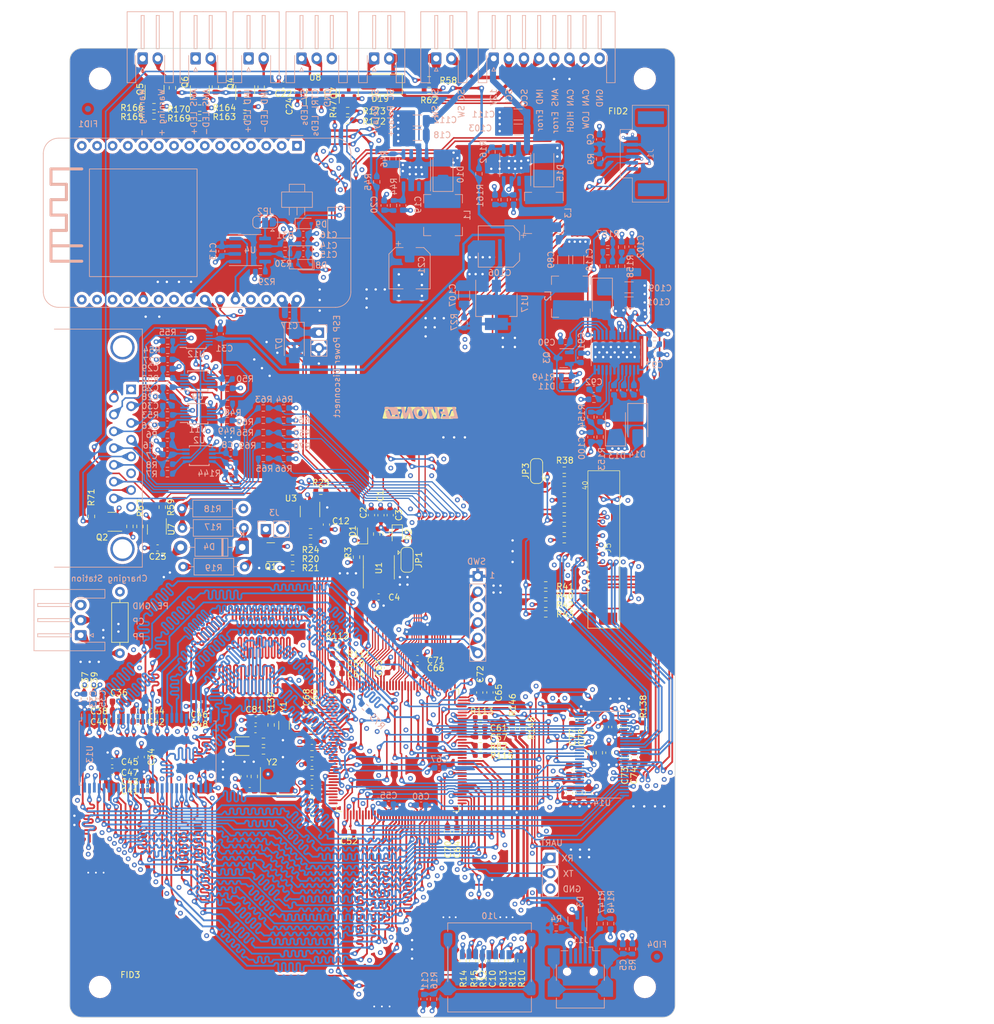
<source format=kicad_pcb>
(kicad_pcb (version 20221018) (generator pcbnew)

  (general
    (thickness 1.632)
  )

  (paper "A4")
  (layers
    (0 "F.Cu" signal)
    (1 "In1.Cu" signal)
    (2 "In2.Cu" signal)
    (31 "B.Cu" signal)
    (32 "B.Adhes" user "B.Adhesive")
    (33 "F.Adhes" user "F.Adhesive")
    (34 "B.Paste" user)
    (35 "F.Paste" user)
    (36 "B.SilkS" user "B.Silkscreen")
    (37 "F.SilkS" user "F.Silkscreen")
    (38 "B.Mask" user)
    (39 "F.Mask" user)
    (40 "Dwgs.User" user "User.Drawings")
    (41 "Cmts.User" user "User.Comments")
    (42 "Eco1.User" user "User.Eco1")
    (43 "Eco2.User" user "User.Eco2")
    (44 "Edge.Cuts" user)
    (45 "Margin" user)
    (46 "B.CrtYd" user "B.Courtyard")
    (47 "F.CrtYd" user "F.Courtyard")
    (48 "B.Fab" user)
    (49 "F.Fab" user)
    (50 "User.1" user)
    (51 "User.2" user)
    (52 "User.3" user)
    (53 "User.4" user)
    (54 "User.5" user)
    (55 "User.6" user)
    (56 "User.7" user)
    (57 "User.8" user)
    (58 "User.9" user)
  )

  (setup
    (stackup
      (layer "F.SilkS" (type "Top Silk Screen") (material "Liquid Photo"))
      (layer "F.Paste" (type "Top Solder Paste"))
      (layer "F.Mask" (type "Top Solder Mask") (color "Green") (thickness 0.015) (material "Liquid Ink") (epsilon_r 3.3) (loss_tangent 0))
      (layer "F.Cu" (type "copper") (thickness 0.035))
      (layer "dielectric 1" (type "prepreg") (color "FR4 natural") (thickness 0.376) (material "2x7628") (epsilon_r 4.5) (loss_tangent 0.016))
      (layer "In1.Cu" (type "copper") (thickness 0.035))
      (layer "dielectric 2" (type "core") (thickness 0.71) (material "FR4") (epsilon_r 4.5) (loss_tangent 0.02))
      (layer "In2.Cu" (type "copper") (thickness 0.035))
      (layer "dielectric 3" (type "prepreg") (color "FR4 natural") (thickness 0.376) (material "2x7628") (epsilon_r 4.5) (loss_tangent 0.016))
      (layer "B.Cu" (type "copper") (thickness 0.035))
      (layer "B.Mask" (type "Bottom Solder Mask") (color "Green") (thickness 0.015) (material "Liquid Ink") (epsilon_r 3.3) (loss_tangent 0))
      (layer "B.Paste" (type "Bottom Solder Paste"))
      (layer "B.SilkS" (type "Bottom Silk Screen") (material "Liquid Photo"))
      (copper_finish "None")
      (dielectric_constraints yes)
    )
    (pad_to_mask_clearance 0)
    (aux_axis_origin 52.964 184.436)
    (grid_origin 52.964 184.436)
    (pcbplotparams
      (layerselection 0x00010fc_ffffffff)
      (plot_on_all_layers_selection 0x0000000_00000000)
      (disableapertmacros false)
      (usegerberextensions false)
      (usegerberattributes true)
      (usegerberadvancedattributes true)
      (creategerberjobfile true)
      (dashed_line_dash_ratio 12.000000)
      (dashed_line_gap_ratio 3.000000)
      (svgprecision 4)
      (plotframeref false)
      (viasonmask false)
      (mode 1)
      (useauxorigin false)
      (hpglpennumber 1)
      (hpglpenspeed 20)
      (hpglpendiameter 15.000000)
      (dxfpolygonmode true)
      (dxfimperialunits true)
      (dxfusepcbnewfont true)
      (psnegative false)
      (psa4output false)
      (plotreference true)
      (plotvalue true)
      (plotinvisibletext false)
      (sketchpadsonfab false)
      (subtractmaskfromsilk false)
      (outputformat 1)
      (mirror false)
      (drillshape 1)
      (scaleselection 1)
      (outputdirectory "")
    )
  )

  (net 0 "")
  (net 1 "/STM32_Main_CPU/CAN_Split")
  (net 2 "GND")
  (net 3 "+3V3")
  (net 4 "Net-(J11-Shield)")
  (net 5 "Net-(U2-EN)")
  (net 6 "+5V")
  (net 7 "Net-(J10-SHIELD)")
  (net 8 "/ESP_Module/CAN_Split")
  (net 9 "+VDC")
  (net 10 "Net-(U6-COMP)")
  (net 11 "Net-(C20-Pad1)")
  (net 12 "+5VP")
  (net 13 "Net-(U9-EXT_CAP)")
  (net 14 "Net-(U11-EXT_CAP)")
  (net 15 "/Netzteil_Frontend/I_Set")
  (net 16 "/Netzteil_Frontend/V_Set")
  (net 17 "/STM32_Main_CPU/NRST")
  (net 18 "Net-(U10A-VDD33VUSB)")
  (net 19 "Net-(C65-Pad1)")
  (net 20 "Net-(C70-Pad1)")
  (net 21 "Net-(C81-Pad2)")
  (net 22 "Net-(U10C-OSC32_OUT)")
  (net 23 "Net-(C83-Pad2)")
  (net 24 "Net-(U10C-OSC_OUT)")
  (net 25 "/Power_Supply/3V3_Display")
  (net 26 "Net-(U15-COMP)")
  (net 27 "Net-(C92-Pad2)")
  (net 28 "Net-(U15-C1+)")
  (net 29 "Net-(U15-C1-)")
  (net 30 "Net-(U15-C2+)")
  (net 31 "Net-(U15-C2-)")
  (net 32 "/Display_Connector/VCOM")
  (net 33 "Net-(U15-DRV)")
  (net 34 "Net-(D13-A)")
  (net 35 "/Display_Connector/VGH")
  (net 36 "/Display_Connector/AVDD")
  (net 37 "Net-(U15-FB1)")
  (net 38 "Net-(U15-REF)")
  (net 39 "/Display_Connector/VGL")
  (net 40 "Net-(U15-VCOMIN)")
  (net 41 "Net-(U16-COMP)")
  (net 42 "Net-(C105-Pad1)")
  (net 43 "Net-(D4-K)")
  (net 44 "/EV_IEC_Circuit/CP")
  (net 45 "Net-(D5-A)")
  (net 46 "Net-(D6-A)")
  (net 47 "Net-(D10-K)")
  (net 48 "Net-(D11-A)")
  (net 49 "Net-(D12-A)")
  (net 50 "Net-(D15-K)")
  (net 51 "Net-(D16-K)")
  (net 52 "Net-(D16-A)")
  (net 53 "Net-(D17-A)")
  (net 54 "Net-(D18-A)")
  (net 55 "/STM32_Main_CPU/SDA")
  (net 56 "/STM32_Main_CPU/SCL")
  (net 57 "/STM32_Main_CPU/Touch_NRST")
  (net 58 "/STM32_Main_CPU/Touch_INT")
  (net 59 "/EV_IEC_Circuit/PP")
  (net 60 "Net-(J3-Pin_1)")
  (net 61 "/STM32_Main_CPU/UART_RX_5")
  (net 62 "/STM32_Main_CPU/UART_TX_5")
  (net 63 "/Display_Connector/VDD")
  (net 64 "unconnected-(J5-Pin_4-Pad4)")
  (net 65 "/Display_Connector/Display_Reset")
  (net 66 "/Display_Connector/STDBY")
  (net 67 "/Display_Connector/RXIN0-")
  (net 68 "/Display_Connector/RXIN0+")
  (net 69 "/Display_Connector/RXIN1-")
  (net 70 "/Display_Connector/RXIN1+")
  (net 71 "/Display_Connector/RXIN2-")
  (net 72 "/Display_Connector/RXIN2+")
  (net 73 "/Display_Connector/RXCLKIN-")
  (net 74 "/Display_Connector/RXCLKIN+")
  (net 75 "/Display_Connector/RXIN3-")
  (net 76 "/Display_Connector/RXIN3+")
  (net 77 "unconnected-(J5-Pin_23-Pad23)")
  (net 78 "unconnected-(J5-Pin_24-Pad24)")
  (net 79 "unconnected-(J5-Pin_26-Pad26)")
  (net 80 "unconnected-(J5-Pin_27-Pad27)")
  (net 81 "/Display_Connector/SELB")
  (net 82 "/Display_Connector/L{slash}R")
  (net 83 "/Display_Connector/U{slash}D")
  (net 84 "unconnected-(J5-Pin_36-Pad36)")
  (net 85 "unconnected-(J5-Pin_37-Pad37)")
  (net 86 "/SC_AMS_Out")
  (net 87 "/SC_AMS_IN")
  (net 88 "/~{AMS_ERROR_LED}")
  (net 89 "/~{IMD_ERROR_LED}")
  (net 90 "Net-(J7-Pin_2)")
  (net 91 "/Netzteil_Frontend/I Monitor")
  (net 92 "/Netzteil_Frontend/CC_Status")
  (net 93 "/Netzteil_Frontend/Remote_Shutdown")
  (net 94 "/Netzteil_Frontend/VRef")
  (net 95 "/Netzteil_Frontend/V_Monitor")
  (net 96 "/Netzteil_Frontend/OT_Status")
  (net 97 "/Netzteil_Frontend/LIM_Status")
  (net 98 "/Netzteil_Frontend/DCFail_Status")
  (net 99 "/Netzteil_Frontend/ACFail_Status")
  (net 100 "/STM32_Main_CPU/SWCLK")
  (net 101 "/STM32_Main_CPU/SWDIO")
  (net 102 "/STM32_Main_CPU/Trace_SWO")
  (net 103 "Net-(J10-DAT2)")
  (net 104 "Net-(J10-DAT3{slash}CD)")
  (net 105 "/STM32_Main_CPU/SDCMD")
  (net 106 "/STM32_Main_CPU/SDCLK")
  (net 107 "/STM32_Main_CPU/SDD0")
  (net 108 "Net-(J10-DAT1)")
  (net 109 "Net-(J11-VBUS)")
  (net 110 "unconnected-(J11-ID-Pad4)")
  (net 111 "Net-(D19-A)")
  (net 112 "Net-(JP1-C)")
  (net 113 "Net-(JP2-C)")
  (net 114 "Net-(Q1-G)")
  (net 115 "Net-(Q2-G)")
  (net 116 "Net-(Q3-B)")
  (net 117 "Net-(Q4-G)")
  (net 118 "Net-(Q5-G)")
  (net 119 "Net-(Q6-G)")
  (net 120 "Net-(Q7-G)")
  (net 121 "Net-(U1-Rs)")
  (net 122 "/Netzteil_Frontend/SDA")
  (net 123 "/Netzteil_Frontend/SCL")
  (net 124 "/EV_IEC_Circuit/PWM_SENSE")
  (net 125 "/EV_IEC_Circuit/EV_Start_Charging")
  (net 126 "Net-(U3--)")
  (net 127 "Net-(R25-Pad1)")
  (net 128 "/EV_IEC_Circuit/Charging_Point_PWM")
  (net 129 "Net-(U10G-PF7)")
  (net 130 "Net-(U10G-PF6)")
  (net 131 "Net-(U4-Rs)")
  (net 132 "/Display_Connector/Left-Right")
  (net 133 "/Display_Connector/Up-Down")
  (net 134 "/Display_Connector/Standby")
  (net 135 "Net-(U6-FB)")
  (net 136 "Net-(U5-D21)")
  (net 137 "Net-(U11-ADDR)")
  (net 138 "Net-(U9-ADDR)")
  (net 139 "Net-(U9-W)")
  (net 140 "Net-(U11-W)")
  (net 141 "Net-(U12-ADDR)")
  (net 142 "/Netzteil_Frontend/LIM_Status_3V3")
  (net 143 "Net-(R58-Pad2)")
  (net 144 "/Netzteil_Frontend/RSD_MCU")
  (net 145 "Net-(R59-Pad2)")
  (net 146 "/Netzteil_Frontend/OT_Status_3V3")
  (net 147 "/Netzteil_Frontend/CC_Status_3V3")
  (net 148 "/Netzteil_Frontend/ACFAIL_3V3")
  (net 149 "Net-(R67-Pad1)")
  (net 150 "/Netzteil_Frontend/DCFAIL_3V3")
  (net 151 "+12V")
  (net 152 "Net-(U10B-Boot0)")
  (net 153 "/STM32_Main_CPU/A4")
  (net 154 "/STM32_Main_CPU/A7")
  (net 155 "/STM32_Main_CPU/A11")
  (net 156 "/STM32_Main_CPU/CKE")
  (net 157 "/STM32_Main_CPU/~{CAS}")
  (net 158 "/STM32_Main_CPU/~{WE}")
  (net 159 "/STM32_Main_CPU/~{CS}")
  (net 160 "/STM32_Main_CPU/~{RAS}")
  (net 161 "Net-(U10D-FMC_SDCLK)")
  (net 162 "/STM32_Main_CPU/SD_CLK")
  (net 163 "/STM32_Main_CPU/D0")
  (net 164 "/STM32_Main_CPU/D1")
  (net 165 "/STM32_Main_CPU/D2")
  (net 166 "/STM32_Main_CPU/D3")
  (net 167 "/STM32_Main_CPU/D4")
  (net 168 "/STM32_Main_CPU/D5")
  (net 169 "/STM32_Main_CPU/D6")
  (net 170 "/STM32_Main_CPU/D7")
  (net 171 "/STM32_Main_CPU/D8")
  (net 172 "/STM32_Main_CPU/D9")
  (net 173 "/STM32_Main_CPU/D10")
  (net 174 "/STM32_Main_CPU/D11")
  (net 175 "/STM32_Main_CPU/D12")
  (net 176 "/STM32_Main_CPU/D13")
  (net 177 "/STM32_Main_CPU/D14")
  (net 178 "/STM32_Main_CPU/D15")
  (net 179 "/STM32_Main_CPU/BA0")
  (net 180 "/STM32_Main_CPU/BA1")
  (net 181 "/STM32_Main_CPU/A0")
  (net 182 "/STM32_Main_CPU/A1")
  (net 183 "/STM32_Main_CPU/A2")
  (net 184 "/STM32_Main_CPU/A3")
  (net 185 "/STM32_Main_CPU/A5")
  (net 186 "/STM32_Main_CPU/A6")
  (net 187 "/STM32_Main_CPU/A8")
  (net 188 "/STM32_Main_CPU/A9")
  (net 189 "/STM32_Main_CPU/A10")
  (net 190 "/STM32_Main_CPU/A12")
  (net 191 "Net-(U10B-PWR_DR_ON)")
  (net 192 "Net-(U10E-LTDC_B5)")
  (net 193 "Net-(U10E-LTDC_CLK)")
  (net 194 "Net-(U14-CLKIN)")
  (net 195 "Net-(U10E-LTDC_VSYNC)")
  (net 196 "Net-(U10E-LTDC_DE)")
  (net 197 "Net-(U10E-LTDC_HSYNC)")
  (net 198 "Net-(U10E-LTDC_R2)")
  (net 199 "Net-(U10E-LTDC_R3)")
  (net 200 "Net-(U10E-LTDC_R4)")
  (net 201 "Net-(U10E-LTDC_R5)")
  (net 202 "Net-(U10E-LTDC_R6)")
  (net 203 "Net-(U10E-LTDC_R7)")
  (net 204 "Net-(U10E-LTDC_G2)")
  (net 205 "Net-(U10E-LTDC_G3)")
  (net 206 "Net-(U10E-LTDC_G4)")
  (net 207 "Net-(U10E-LTDC_G5)")
  (net 208 "Net-(U10E-LTDC_G6)")
  (net 209 "Net-(U10E-LTDC_G7)")
  (net 210 "Net-(U10E-LTDC_B2)")
  (net 211 "Net-(U10E-LTDC_B3)")
  (net 212 "Net-(U10E-LTDC_B4)")
  (net 213 "Net-(U10E-LTDC_B6)")
  (net 214 "Net-(U10E-LTDC_B7)")
  (net 215 "Net-(U14-CLKSEL)")
  (net 216 "Net-(U14-~{SHTDN})")
  (net 217 "Net-(U10C-OSC32_IN)")
  (net 218 "Net-(U10C-OSC_IN)")
  (net 219 "Net-(U10F-USB_OTG_HS_DP)")
  (net 220 "Net-(U10F-USB_OTG_HS_DM)")
  (net 221 "Net-(U10F-USB_OTG_HS_VBUS)")
  (net 222 "Net-(U15-FB3)")
  (net 223 "Net-(U15-FB2)")
  (net 224 "Net-(R155-Pad2)")
  (net 225 "Net-(U16-FB)")
  (net 226 "/SCS_Indicators_and_Buttons/Charger_Warning_LED")
  (net 227 "/STM32_Main_CPU/USB+")
  (net 228 "/STM32_Main_CPU/CAN_TX")
  (net 229 "/STM32_Main_CPU/CAN_RX")
  (net 230 "/ESP_Module/CAN_TX")
  (net 231 "/ESP_Module/CAN_RX")
  (net 232 "unconnected-(U5-VIN-Pad1)")
  (net 233 "unconnected-(U5-D13-Pad3)")
  (net 234 "unconnected-(U5-D12-Pad4)")
  (net 235 "unconnected-(U5-D14-Pad5)")
  (net 236 "unconnected-(U5-D27-Pad6)")
  (net 237 "unconnected-(U5-D26-Pad7)")
  (net 238 "unconnected-(U5-D25-Pad8)")
  (net 239 "unconnected-(U5-D33-Pad9)")
  (net 240 "unconnected-(U5-D32-Pad10)")
  (net 241 "unconnected-(U5-D35-Pad11)")
  (net 242 "unconnected-(U5-D34-Pad12)")
  (net 243 "unconnected-(U5-D39{slash}VN-Pad13)")
  (net 244 "unconnected-(U5-D36{slash}VP-Pad14)")
  (net 245 "unconnected-(U5-EN-Pad15)")
  (net 246 "unconnected-(U5-D23-Pad16)")
  (net 247 "unconnected-(U5-D22-Pad17)")
  (net 248 "unconnected-(U5-TX0{slash}D1-Pad18)")
  (net 249 "unconnected-(U5-RX0{slash}D3-Pad19)")
  (net 250 "unconnected-(U5-D19-Pad21)")
  (net 251 "unconnected-(U5-D18-Pad22)")
  (net 252 "/ESP_Module/ESP_TX")
  (net 253 "/ESP_Module/ESP_RX")
  (net 254 "unconnected-(U5-D2-Pad27)")
  (net 255 "unconnected-(U5-D15-Pad28)")
  (net 256 "unconnected-(U6-SYNC-Pad2)")
  (net 257 "unconnected-(U6-VREF-Pad6)")
  (net 258 "unconnected-(U8-NC-Pad1)")
  (net 259 "unconnected-(U10G-PE4-Pad3)")
  (net 260 "unconnected-(U10G-PC13-Pad7)")
  (net 261 "unconnected-(U10F-I2S6_WS-Pad34)")
  (net 262 "unconnected-(U10G-PA2-Pad36)")
  (net 263 "unconnected-(U10G-PC5-Pad45)")
  (net 264 "unconnected-(U10G-PB2-Pad48)")
  (net 265 "unconnected-(U10G-PD11-Pad80)")
  (net 266 "unconnected-(U10G-PG3-Pad88)")
  (net 267 "unconnected-(U10G-PG6-Pad91)")
  (net 268 "unconnected-(U10C-I2S_CKIN-Pad99)")
  (net 269 "/STM32_Main_CPU/FMC_NBL0")
  (net 270 "/STM32_Main_CPU/FMC_NBL1")
  (net 271 "unconnected-(U12-ALERT{slash}RDY-Pad2)")
  (net 272 "unconnected-(U12-AIN1-Pad5)")
  (net 273 "unconnected-(U12-AIN3-Pad7)")
  (net 274 "unconnected-(U13-NC-Pad40)")
  (net 275 "unconnected-(U16-SYNC-Pad2)")
  (net 276 "unconnected-(U16-VREF-Pad6)")
  (net 277 "/STM32_Main_CPU/USB-")
  (net 278 "unconnected-(U10G-PF9-Pad21)")
  (net 279 "unconnected-(J8-Pad6)")
  (net 280 "unconnected-(U10G-PD12-Pad81)")
  (net 281 "unconnected-(U10G-PD13-Pad82)")
  (net 282 "unconnected-(U10G-PF8-Pad20)")
  (net 283 "Net-(C107-Pad1)")
  (net 284 "/STM32_Main_CPU/Charger_Relay")
  (net 285 "/CAN_+")
  (net 286 "/CAN_-")
  (net 287 "Net-(D7-K)")

  (footprint "Capacitor_SMD:C_0603_1608Metric" (layer "F.Cu") (at 93.508 134.624 -90))

  (footprint "Resistor_SMD:R_0603_1608Metric" (layer "F.Cu") (at 112.325 31.375))

  (footprint "Capacitor_SMD:C_0603_1608Metric" (layer "F.Cu") (at 141.4632 136.5036 -90))

  (footprint "Capacitor_SMD:C_0603_1608Metric" (layer "F.Cu") (at 92.980088 145.636 180))

  (footprint "Resistor_SMD:R_0603_1608Metric" (layer "F.Cu") (at 74.4242 35.8802 180))

  (footprint "Capacitor_SMD:C_0603_1608Metric" (layer "F.Cu") (at 115.352 153.8642 -90))

  (footprint "Diode_SMD:D_SOD-323" (layer "F.Cu") (at 101.327 104.6646 90))

  (footprint "Capacitor_SMD:C_0603_1608Metric" (layer "F.Cu") (at 92.980088 150.3604 180))

  (footprint "Capacitor_SMD:C_0603_1608Metric" (layer "F.Cu") (at 60.789 133.882 180))

  (footprint "Capacitor_SMD:C_0603_1608Metric" (layer "F.Cu") (at 88.25 30.5 180))

  (footprint "Resistor_SMD:R_0603_1608Metric" (layer "F.Cu") (at 96.436 31.6515 90))

  (footprint "Capacitor_SMD:C_0603_1608Metric" (layer "F.Cu") (at 122.3746 130.801 90))

  (footprint "Capacitor_SMD:C_0603_1608Metric" (layer "F.Cu") (at 110.399 125.226))

  (footprint "Package_SO:SOIC-8_3.9x4.9mm_P1.27mm" (layer "F.Cu") (at 104.0194 110.1312 90))

  (footprint "Resistor_SMD:R_0603_1608Metric" (layer "F.Cu") (at 98.8722 34.7104 180))

  (footprint "Diode_SMD:D_SMA" (layer "F.Cu") (at 104.388 30.336 180))

  (footprint "Resistor_SMD:R_0603_1608Metric" (layer "F.Cu") (at 100.3364 108.4528 -90))

  (footprint "Capacitor_SMD:C_0603_1608Metric" (layer "F.Cu") (at 56.932 131.836 90))

  (footprint "Capacitor_SMD:C_0603_1608Metric" (layer "F.Cu") (at 97.164 126.036 180))

  (footprint "Capacitor_SMD:C_0603_1608Metric" (layer "F.Cu") (at 74.364 134.636 180))

  (footprint "Resistor_SMD:R_0603_1608Metric" (layer "F.Cu") (at 89.764 108.636 180))

  (footprint "Package_TO_SOT_SMD:SOT-23" (layer "F.Cu") (at 99.05 31.8125 90))

  (footprint "Resistor_SMD:R_0603_1608Metric" (layer "F.Cu") (at 124.314 175.111 90))

  (footprint "Capacitor_SMD:C_0603_1608Metric" (layer "F.Cu") (at 120.7754 138.0784))

  (footprint "Diode_SMD:D_SOD-323" (layer "F.Cu") (at 107.0674 104.7322 -90))

  (footprint "Package_QFP:LQFP-144_20x20mm_P0.5mm" (layer "F.Cu") (at 107.1224 140.3644))

  (footprint "Resistor_SMD:R_0603_1608Metric" (layer "F.Cu") (at 84.961 140.466 180))

  (footprint "Resistor_SMD:R_0603_1608Metric" (layer "F.Cu") (at 74.4242 34.3054))

  (footprint "Capacitor_SMD:C_0603_1608Metric" (layer "F.Cu") (at 91.984 134.624 -90))

  (footprint "Resistor_SMD:R_0603_1608Metric" (layer "F.Cu") (at 120.7754 135.0304 180))

  (footprint "Resistor_SMD:R_0603_1608Metric" (layer "F.Cu") (at 134.656 103.89))

  (footprint "Resistor_SMD:R_0603_1608Metric" (layer "F.Cu") (at 134.656 94.086))

  (footprint "Resistor_SMD:R_0603_1608Metric" (layer "F.Cu") (at 83.4496 144.6716 90))

  (footprint "Fiducial:Fiducial_1mm_Mask2mm" (layer "F.Cu") (at 143.5 32.5))

  (footprint "Resistor_SMD:R_0603_1608Metric" (layer "F.Cu") (at 117.914 175.111 90))

  (footprint "Capacitor_SMD:C_0603_1608Metric" (layer "F.Cu") (at 97.164 127.636 180))

  (footprint "Capacitor_SMD:C_0603_1608Metric" (layer "F.Cu") (at 81.764 144.636 90))

  (footprint "Capacitor_SMD:C_0603_1608Metric" (layer "F.Cu") (at 143.0126 136.5036 -90))

  (footprint "Resistor_SMD:R_0603_1608Metric" (layer "F.Cu") (at 120.7754 141.1264))

  (footprint "Resistor_SMD:R_0603_1608Metric" (layer "F.Cu") (at 121.114 175.111 90))

  (footprint "Resistor_THT:R_Axial_DIN0207_L6.3mm_D2.5mm_P10.16mm_Horizontal" (layer "F.Cu") (at 61.25 124.33 90))

  (footprint "Package_TO_SOT_SMD:SOT-23" (layer "F.Cu")
    (tstamp 568fe278-9436-41d9-ba88-72ac28155087)
    (at 81.94 31.2375 90)
    (descr "SOT, 3 Pin (https://www.jedec.org/system/fi
... [9281695 chars truncated]
</source>
